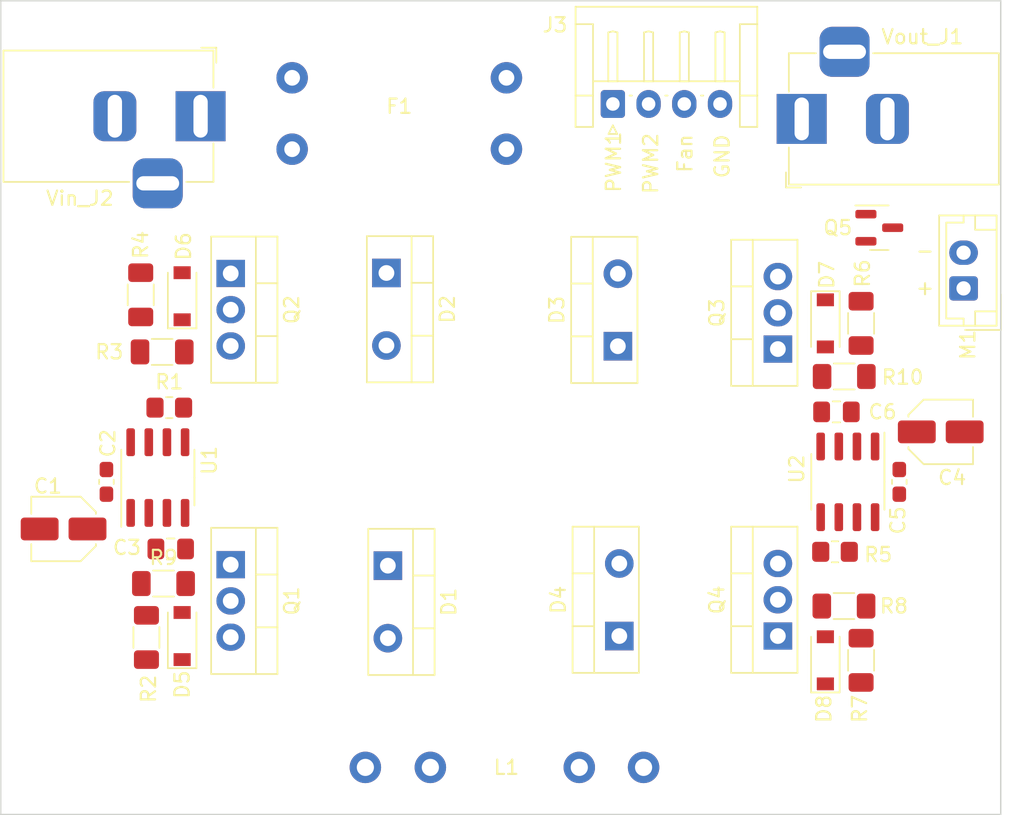
<source format=kicad_pcb>
(kicad_pcb (version 20211014) (generator pcbnew)
  (layers (0 "F.Cu" signal) (31 "B.Cu" signal) (34 "B.Paste" user) (35 "F.Paste" user) (36 "B.SilkS" user "B.Silkscreen") (37 "F.SilkS" user "F.Silkscreen") (38 "B.Mask" user) (39 "F.Mask" user) (44 "Edge.Cuts" user))
  (net 0 "")
  (net 1 "+12V")
  (net 2 "GND")
  (net 3 "Net-(C3-Pad1)")
  (net 4 "/driver1/Hs")
  (net 5 "Net-(C6-Pad1)")
  (net 6 "/driver2/Hs")
  (net 7 "Net-(D5-Pad1)")
  (net 8 "/driver2/G_High")
  (net 9 "Net-(D6-Pad1)")
  (net 10 "/driver2/G_low")
  (net 11 "/driver1/G_High")
  (net 12 "/driver1/G_low")
  (net 13 "/in_1")
  (net 14 "/in_2")
  (net 15 "/in_3")
  (net 16 "Net-(M1-Pad2)")
  (net 17 "Net-(R1-Pad1)")
  (net 18 "Net-(R2-Pad1)")
  (net 19 "Net-(R5-Pad1)")
  (net 20 "Net-(R6-Pad1)")
  (net 21 "Net-(D7-Pad1)")
  (net 22 "Net-(D8-Pad1)")
  (net 23 "Net-(F1-Pad1)")
  (net 24 "Net-(R3-Pad1)")
  (net 25 "Net-(R7-Pad1)")
  (footprint "Package_TO_SOT_THT:TO-220-2_Vertical" (layer "F.Cu") (at 136 109.77 -90)
    (fp_text reference "D1" (at 2.54 -4.27 90) (layer "F.SilkS"))
    (fp_text value "F10L60u")
    (fp_line (start -2.58 -1.76) (end 7.66 -1.76) (layer "F.SilkS") (width 0.12))
    (fp_line (start -2.58 -3.27) (end 7.66 -3.27) (layer "F.SilkS") (width 0.12))
    (fp_line (start -2.58 -3.27) (end -2.58 1.371) (layer "F.SilkS") (width 0.12))
    (fp_line (start 0.69 -3.27) (end 0.69 -1.76) (layer "F.SilkS") (width 0.12))
    (fp_line (start -2.58 1.371) (end 7.66 1.371) (layer "F.SilkS") (width 0.12))
    (fp_line (start 7.66 -3.27) (end 7.66 1.371) (layer "F.SilkS") (width 0.12))
    (fp_line (start 4.391 -3.27) (end 4.391 -1.76) (layer "F.SilkS") (width 0.12))
    (pad "1" thru_hole rect (at 0 0 270) (size 2 2) (drill 1.1) (layers *.Cu *.Mask) (net 1 "+12V"))
    (pad "2" thru_hole oval (at 5.08 0 270) (size 2 2) (drill 1.1) (layers *.Cu *.Mask) (net 4 "/driver1/Hs"))
  )
  (footprint "Capacitor_SMD:C_0603_1608Metric_Pad1.08x0.95mm_HandSolder" (layer "F.Cu") (at 116.3 103.9 90)
    (fp_text reference "C2" (at 2.7 0.1 90) (layer "F.SilkS"))
    (fp_text value "100nF 50V")
    (fp_line (start -0.146267 -0.51) (end 0.146267 -0.51) (layer "F.SilkS") (width 0.12))
    (fp_line (start -0.146267 0.51) (end 0.146267 0.51) (layer "F.SilkS") (width 0.12))
    (pad "1" smd roundrect (at -0.8625 0 90) (size 1.075 0.95) (layers "F.Cu" "F.Paste" "F.Mask") (net 1 "+12V"))
    (pad "2" smd roundrect (at 0.8625 0 90) (size 1.075 0.95) (layers "F.Cu" "F.Paste" "F.Mask") (net 2 "GND"))
  )
  (footprint "Diode_SMD:D_SOD-123" (layer "F.Cu") (at 166.625 116.4 90)
    (fp_text reference "D8" (at -3.4 -0.1 90) (layer "F.SilkS"))
    (fp_text value "SS34FA")
    (fp_line (start -2.25 -1) (end 1.65 -1) (layer "F.SilkS") (width 0.12))
    (fp_line (start -2.25 -1) (end -2.25 1) (layer "F.SilkS") (width 0.12))
    (fp_line (start -2.25 1) (end 1.65 1) (layer "F.SilkS") (width 0.12))
    (pad "1" smd rect (at -1.65 0 90) (size 0.9 1.2) (layers "F.Cu" "F.Paste" "F.Mask") (net 22 "Net-(D8-Pad1)"))
    (pad "2" smd rect (at 1.65 0 90) (size 0.9 1.2) (layers "F.Cu" "F.Paste" "F.Mask") (net 10 "/driver2/G_low"))
  )
  (footprint "Package_SO:SOIC-8_3.9x4.9mm_P1.27mm" (layer "F.Cu") (at 168.2 103.9 -90)
    (fp_text reference "U2" (at -0.9 3.575 90) (layer "F.SilkS"))
    (fp_text value "LM5104M")
    (fp_line (start 0 2.56) (end 1.95 2.56) (layer "F.SilkS") (width 0.12))
    (fp_line (start 0 -2.56) (end 1.95 -2.56) (layer "F.SilkS") (width 0.12))
    (fp_line (start 0 -2.56) (end -3.45 -2.56) (layer "F.SilkS") (width 0.12))
    (fp_line (start 0 2.56) (end -1.95 2.56) (layer "F.SilkS") (width 0.12))
    (pad "1" smd roundrect (at -2.475 -1.905 270) (size 1.95 0.6) (layers "F.Cu" "F.Paste" "F.Mask") (net 1 "+12V"))
    (pad "2" smd roundrect (at -2.475 -0.635 270) (size 1.95 0.6) (layers "F.Cu" "F.Paste" "F.Mask") (net 5 "Net-(C6-Pad1)"))
    (pad "3" smd roundrect (at -2.475 0.635 270) (size 1.95 0.6) (layers "F.Cu" "F.Paste" "F.Mask") (net 20 "Net-(R6-Pad1)"))
    (pad "4" smd roundrect (at -2.475 1.905 270) (size 1.95 0.6) (layers "F.Cu" "F.Paste" "F.Mask") (net 6 "/driver2/Hs"))
    (pad "5" smd roundrect (at 2.475 1.905 270) (size 1.95 0.6) (layers "F.Cu" "F.Paste" "F.Mask") (net 19 "Net-(R5-Pad1)"))
    (pad "6" smd roundrect (at 2.475 0.635 270) (size 1.95 0.6) (layers "F.Cu" "F.Paste" "F.Mask") (net 14 "/in_2"))
    (pad "7" smd roundrect (at 2.475 -0.635 270) (size 1.95 0.6) (layers "F.Cu" "F.Paste" "F.Mask") (net 2 "GND"))
    (pad "8" smd roundrect (at 2.475 -1.905 270) (size 1.95 0.6) (layers "F.Cu" "F.Paste" "F.Mask") (net 25 "Net-(R7-Pad1)"))
  )
  (footprint "Diode_SMD:D_SOD-123" (layer "F.Cu") (at 121.6 90.9 90)
    (fp_text reference "D6" (at 3.5 0.1 90) (layer "F.SilkS"))
    (fp_text value "SS34FA")
    (fp_line (start -2.25 1) (end 1.65 1) (layer "F.SilkS") (width 0.12))
    (fp_line (start -2.25 -1) (end 1.65 -1) (layer "F.SilkS") (width 0.12))
    (fp_line (start -2.25 -1) (end -2.25 1) (layer "F.SilkS") (width 0.12))
    (pad "1" smd rect (at -1.65 0 90) (size 0.9 1.2) (layers "F.Cu" "F.Paste" "F.Mask") (net 9 "Net-(D6-Pad1)"))
    (pad "2" smd rect (at 1.65 0 90) (size 0.9 1.2) (layers "F.Cu" "F.Paste" "F.Mask") (net 12 "/driver1/G_low"))
  )
  (footprint "Connector_BarrelJack:BarrelJack_Horizontal" (layer "F.Cu") (at 164.9674 78.4783 180)
    (fp_text reference "Vout_J1" (at -8.45 5.75) (layer "F.SilkS"))
    (fp_text value "Jack_out")
    (fp_line (start -5 4.6) (end -13.8 4.6) (layer "F.SilkS") (width 0.12))
    (fp_line (start 1.1 -3.75) (end 1.1 -4.8) (layer "F.SilkS") (width 0.12))
    (fp_line (start 0.9 -4.6) (end 0.9 -2) (layer "F.SilkS") (width 0.12))
    (fp_line (start -13.8 4.6) (end -13.8 -4.6) (layer "F.SilkS") (width 0.12))
    (fp_line (start 0.05 -4.8) (end 1.1 -4.8) (layer "F.SilkS") (width 0.12))
    (fp_line (start 0.9 4.6) (end -1 4.6) (layer "F.SilkS") (width 0.12))
    (fp_line (start 0.9 1.9) (end 0.9 4.6) (layer "F.SilkS") (width 0.12))
    (fp_line (start -13.8 -4.6) (end 0.9 -4.6) (layer "F.SilkS") (width 0.12))
    (pad "1" thru_hole rect (at 0 0 180) (size 3.5 3.5) (drill oval 1 3) (layers *.Cu *.Mask) (net 1 "+12V"))
    (pad "2" thru_hole roundrect (at -3 4.7 180) (size 3.5 3.5) (drill oval 3 1) (layers *.Cu *.Mask) (net 2 "GND"))
    (pad "2" thru_hole roundrect (at -6 0 180) (size 3 3.5) (drill oval 1 3) (layers *.Cu *.Mask) (net 2 "GND"))
  )
  (footprint "Package_TO_SOT_THT:TO-220-3_Vertical" (layer "F.Cu") (at 125 109.7 -90)
    (fp_text reference "Q1" (at 2.54 -4.27 90) (layer "F.SilkS"))
    (fp_text value "IRF630")
    (fp_line (start -2.58 1.371) (end 7.66 1.371) (layer "F.SilkS") (width 0.12))
    (fp_line (start 0.69 -3.27) (end 0.69 -1.76) (layer "F.SilkS") (width 0.12))
    (fp_line (start -2.58 -1.76) (end 7.66 -1.76) (layer "F.SilkS") (width 0.12))
    (fp_line (start 7.66 -3.27) (end 7.66 1.371) (layer "F.SilkS") (width 0.12))
    (fp_line (start 4.391 -3.27) (end 4.391 -1.76) (layer "F.SilkS") (width 0.12))
    (fp_line (start -2.58 -3.27) (end 7.66 -3.27) (layer "F.SilkS") (width 0.12))
    (fp_line (start -2.58 -3.27) (end -2.58 1.371) (layer "F.SilkS") (width 0.12))
    (pad "1" thru_hole rect (at 0 0 270) (size 1.905 2) (drill 1.1) (layers *.Cu *.Mask) (net 11 "/driver1/G_High"))
    (pad "2" thru_hole oval (at 2.54 0 270) (size 1.905 2) (drill 1.1) (layers *.Cu *.Mask) (net 1 "+12V"))
    (pad "3" thru_hole oval (at 5.08 0 270) (size 1.905 2) (drill 1.1) (layers *.Cu *.Mask) (net 4 "/driver1/Hs"))
  )
  (footprint "Resistor_SMD:R_1206_3216Metric_Pad1.30x1.75mm_HandSolder" (layer "F.Cu") (at 169.125 92.8 90)
    (fp_text reference "R6" (at 3.5 0.1 90) (layer "F.SilkS"))
    (fp_text value " 2.74 1/4W")
    (fp_line (start -0.727064 -0.91) (end 0.727064 -0.91) (layer "F.SilkS") (width 0.12))
    (fp_line (start -0.727064 0.91) (end 0.727064 0.91) (layer "F.SilkS") (width 0.12))
    (pad "1" smd roundrect (at -1.55 0 90) (size 1.3 1.75) (layers "F.Cu" "F.Paste" "F.Mask") (roundrect_rratio 0.192308) (net 20 "Net-(R6-Pad1)"))
    (pad "2" smd roundrect (at 1.55 0 90) (size 1.3 1.75) (layers "F.Cu" "F.Paste" "F.Mask") (roundrect_rratio 0.192308) (net 21 "Net-(D7-Pad1)"))
  )
  (footprint "Package_TO_SOT_THT:TO-220-3_Vertical" (layer "F.Cu") (at 163.3 114.7 90)
    (fp_text reference "Q4" (at 2.54 -4.27 90) (layer "F.SilkS"))
    (fp_text value "IRF630")
    (fp_line (start 4.391 -3.27) (end 4.391 -1.76) (layer "F.SilkS") (width 0.12))
    (fp_line (start 7.66 -3.27) (end 7.66 1.371) (layer "F.SilkS") (width 0.12))
    (fp_line (start 0.69 -3.27) (end 0.69 -1.76) (layer "F.SilkS") (width 0.12))
    (fp_line (start -2.58 -3.27) (end -2.58 1.371) (layer "F.SilkS") (width 0.12))
    (fp_line (start -2.58 1.371) (end 7.66 1.371) (layer "F.SilkS") (width 0.12))
    (fp_line (start -2.58 -1.76) (end 7.66 -1.76) (layer "F.SilkS") (width 0.12))
    (fp_line (start -2.58 -3.27) (end 7.66 -3.27) (layer "F.SilkS") (width 0.12))
    (pad "1" thru_hole rect (at 0 0 90) (size 1.905 2) (drill 1.1) (layers *.Cu *.Mask) (net 10 "/driver2/G_low"))
    (pad "2" thru_hole oval (at 2.54 0 90) (size 1.905 2) (drill 1.1) (layers *.Cu *.Mask) (net 6 "/driver2/Hs"))
    (pad "3" thru_hole oval (at 5.08 0 90) (size 1.905 2) (drill 1.1) (layers *.Cu *.Mask) (net 2 "GND"))
  )
  (footprint "Resistor_SMD:R_0805_2012Metric_Pad1.20x1.40mm_HandSolder" (layer "F.Cu") (at 167.3 108.8)
    (fp_text reference "R5" (at 3.025 0.2) (layer "F.SilkS"))
    (fp_text value "R")
    (fp_line (start -0.227064 -0.735) (end 0.227064 -0.735) (layer "F.SilkS") (width 0.12))
    (fp_line (start -0.227064 0.735) (end 0.227064 0.735) (layer "F.SilkS") (width 0.12))
    (pad "1" smd roundrect (at -1 0) (size 1.2 1.4) (layers "F.Cu" "F.Paste" "F.Mask") (roundrect_rratio 0.208333) (net 19 "Net-(R5-Pad1)"))
    (pad "2" smd roundrect (at 1 0) (size 1.2 1.4) (layers "F.Cu" "F.Paste" "F.Mask") (roundrect_rratio 0.208333) (net 2 "GND"))
  )
  (footprint "Connector_BarrelJack:BarrelJack_Horizontal" (layer "F.Cu") (at 122.8908 78.2905)
    (fp_text reference "Vin_J2" (at -8.45 5.75) (layer "F.SilkS"))
    (fp_text value "Jack_in")
    (fp_line (start 1.1 -3.75) (end 1.1 -4.8) (layer "F.SilkS") (width 0.12))
    (fp_line (start -13.8 4.6) (end -13.8 -4.6) (layer "F.SilkS") (width 0.12))
    (fp_line (start 0.05 -4.8) (end 1.1 -4.8) (layer "F.SilkS") (width 0.12))
    (fp_line (start 0.9 1.9) (end 0.9 4.6) (layer "F.SilkS") (width 0.12))
    (fp_line (start 0.9 -4.6) (end 0.9 -2) (layer "F.SilkS") (width 0.12))
    (fp_line (start -5 4.6) (end -13.8 4.6) (layer "F.SilkS") (width 0.12))
    (fp_line (start -13.8 -4.6) (end 0.9 -4.6) (layer "F.SilkS") (width 0.12))
    (fp_line (start 0.9 4.6) (end -1 4.6) (layer "F.SilkS") (width 0.12))
    (pad "1" thru_hole rect (at 0 0) (size 3.5 3.5) (drill oval 1 3) (layers *.Cu *.Mask) (net 23 "Net-(F1-Pad1)"))
    (pad "2" thru_hole roundrect (at -6 0) (size 3 3.5) (drill oval 1 3) (layers *.Cu *.Mask) (net 2 "GND"))
    (pad "2" thru_hole roundrect (at -3 4.7) (size 3.5 3.5) (drill oval 3 1) (layers *.Cu *.Mask) (net 2 "GND"))
  )
  (footprint "Resistor_SMD:R_1206_3216Metric_Pad1.30x1.75mm_HandSolder" (layer "F.Cu") (at 120.2944 111.0234)
    (fp_text reference "R9" (at 0 -1.82) (layer "F.SilkS"))
    (fp_text value " 2.74 1/4W")
    (fp_line (start -0.727064 0.91) (end 0.727064 0.91) (layer "F.SilkS") (width 0.12))
    (fp_line (start -0.727064 -0.91) (end 0.727064 -0.91) (layer "F.SilkS") (width 0.12))
    (pad "1" smd roundrect (at -1.55 0) (size 1.3 1.75) (layers "F.Cu" "F.Paste" "F.Mask") (roundrect_rratio 0.192308) (net 18 "Net-(R2-Pad1)"))
    (pad "2" smd roundrect (at 1.55 0) (size 1.3 1.75) (layers "F.Cu" "F.Paste" "F.Mask") (roundrect_rratio 0.192308) (net 11 "/driver1/G_High"))
  )
  (footprint "Diode_SMD:D_SOD-123" (layer "F.Cu") (at 166.625 92.8 -90)
    (fp_text reference "D7" (at -3.4 -0.1 90) (layer "F.SilkS"))
    (fp_text value "SS34FA")
    (fp_line (start -2.25 -1) (end -2.25 1) (layer "F.SilkS") (width 0.12))
    (fp_line (start -2.25 -1) (end 1.65 -1) (layer "F.SilkS") (width 0.12))
    (fp_line (start -2.25 1) (end 1.65 1) (layer "F.SilkS") (width 0.12))
    (pad "1" smd rect (at -1.65 0 270) (size 0.9 1.2) (layers "F.Cu" "F.Paste" "F.Mask") (net 21 "Net-(D7-Pad1)"))
    (pad "2" smd rect (at 1.65 0 270) (size 0.9 1.2) (layers "F.Cu" "F.Paste" "F.Mask") (net 8 "/driver2/G_High"))
  )
  (footprint "Resistor_SMD:R_1206_3216Metric_Pad1.30x1.75mm_HandSolder" (layer "F.Cu") (at 120.2 94.8)
    (fp_text reference "R3" (at -3.7 0) (layer "F.SilkS"))
    (fp_text value " 2.74 1/4W")
    (fp_line (start -0.727064 0.91) (end 0.727064 0.91) (layer "F.SilkS") (width 0.12))
    (fp_line (start -0.727064 -0.91) (end 0.727064 -0.91) (layer "F.SilkS") (width 0.12))
    (pad "1" smd roundrect (at -1.55 0) (size 1.3 1.75) (layers "F.Cu" "F.Paste" "F.Mask") (roundrect_rratio 0.192308) (net 24 "Net-(R3-Pad1)"))
    (pad "2" smd roundrect (at 1.55 0) (size 1.3 1.75) (layers "F.Cu" "F.Paste" "F.Mask") (roundrect_rratio 0.192308) (net 9 "Net-(D6-Pad1)"))
  )
  (footprint "Connector_JST:JST_EH_B2B-EH-A_1x02_P2.50mm_Vertical" (layer "F.Cu") (at 176.3 90.35 90)
    (fp_text reference "M1" (at -3.95 0.3 90) (layer "F.SilkS"))
    (fp_text value "Fan")
    (fp_line (start -2.61 0.81) (end -1.61 0.81) (layer "F.SilkS") (width 0.12))
    (fp_line (start 5.11 -1.71) (end -2.61 -1.71) (layer "F.SilkS") (width 0.12))
    (fp_line (start -2.91 2.61) (end -0.41 2.61) (layer "F.SilkS") (width 0.12))
    (fp_line (start -2.11 -1.21) (end 4.61 -1.21) (layer "F.SilkS") (width 0.12))
    (fp_line (start 5.11 0.81) (end 4.11 0.81) (layer "F.SilkS") (width 0.12))
    (fp_line (start 5.11 2.31) (end 5.11 -1.71) (layer "F.SilkS") (width 0.12))
    (fp_line (start -1.61 0.81) (end -1.61 2.31) (layer "F.SilkS") (width 0.12))
    (fp_line (start -2.61 -1.71) (end -2.61 2.31) (layer "F.SilkS") (width 0.12))
    (fp_line (start 4.61 0) (end 5.11 0) (layer "F.SilkS") (width 0.12))
    (fp_line (start -2.11 0) (end -2.11 -1.21) (layer "F.SilkS") (width 0.12))
    (fp_line (start 4.11 0.81) (end 4.11 2.31) (layer "F.SilkS") (width 0.12))
    (fp_line (start -2.61 2.31) (end 5.11 2.31) (layer "F.SilkS") (width 0.12))
    (fp_line (start -2.61 0) (end -2.11 0) (layer "F.SilkS") (width 0.12))
    (fp_line (start -2.91 0.11) (end -2.91 2.61) (layer "F.SilkS") (width 0.12))
    (fp_line (start 4.61 -1.21) (end 4.61 0) (layer "F.SilkS") (width 0.12))
    (pad "1" thru_hole roundrect (at 0 0 90) (size 1.7 2) (drill 1) (layers *.Cu *.Mask) (roundrect_rratio 0.147059) (net 1 "+12V"))
    (pad "2" thru_hole oval (at 2.5 0 90) (size 1.7 2) (drill 1) (layers *.Cu *.Mask) (net 16 "Net-(M1-Pad2)"))
  )
  (footprint "Package_TO_SOT_THT:TO-220-2_Vertical" (layer "F.Cu") (at 135.9 89.27 -90)
    (fp_text reference "D2" (at 2.54 -4.27 90) (layer "F.SilkS"))
    (fp_text value "F10L60u")
    (fp_line (start 4.391 -3.27) (end 4.391 -1.76) (layer "F.SilkS") (width 0.12))
    (fp_line (start 0.69 -3.27) (end 0.69 -1.76) (layer "F.SilkS") (width 0.12))
    (fp_line (start -2.58 1.371) (end 7.66 1.371) (layer "F.SilkS") (width 0.12))
    (fp_line (start -2.58 -3.27) (end -2.58 1.371) (layer "F.SilkS") (width 0.12))
    (fp_line (start -2.58 -1.76) (end 7.66 -1.76) (layer "F.SilkS") (width 0.12))
    (fp_line (start 7.66 -3.27) (end 7.66 1.371) (layer "F.SilkS") (width 0.12))
    (fp_line (start -2.58 -3.27) (end 7.66 -3.27) (layer "F.SilkS") (width 0.12))
    (pad "1" thru_hole rect (at 0 0 270) (size 2 2) (drill 1.1) (layers *.Cu *.Mask) (net 4 "/driver1/Hs"))
    (pad "2" thru_hole oval (at 5.08 0 270) (size 2 2) (drill 1.1) (layers *.Cu *.Mask) (net 2 "GND"))
  )
  (footprint "Capacitor_SMD:C_0603_1608Metric_Pad1.08x0.95mm_HandSolder" (layer "F.Cu") (at 171.8 103.9 -90)
    (fp_text reference "C5" (at 2.7 0.1 90) (layer "F.SilkS"))
    (fp_text value "100nF 50V")
    (fp_line (start -0.146267 -0.51) (end 0.146267 -0.51) (layer "F.SilkS") (width 0.12))
    (fp_line (start -0.146267 0.51) (end 0.146267 0.51) (layer "F.SilkS") (width 0.12))
    (pad "1" smd roundrect (at -0.8625 0 270) (size 1.075 0.95) (layers "F.Cu" "F.Paste" "F.Mask") (net 1 "+12V"))
    (pad "2" smd roundrect (at 0.8625 0 270) (size 1.075 0.95) (layers "F.Cu" "F.Paste" "F.Mask") (net 2 "GND"))
  )
  (footprint "Capacitor_SMD:C_0805_2012Metric_Pad1.18x1.45mm_HandSolder" (layer "F.Cu") (at 120.8 108.6)
    (fp_text reference "C3" (at -3.0625 -0.1) (layer "F.SilkS"))
    (fp_text value "10nF  25V")
    (fp_line (start -0.261252 -0.735) (end 0.261252 -0.735) (layer "F.SilkS") (width 0.12))
    (fp_line (start -0.261252 0.735) (end 0.261252 0.735) (layer "F.SilkS") (width 0.12))
    (pad "1" smd roundrect (at -1.0375 0) (size 1.175 1.45) (layers "F.Cu" "F.Paste" "F.Mask") (roundrect_rratio 0.212766) (net 3 "Net-(C3-Pad1)"))
    (pad "2" smd roundrect (at 1.0375 0) (size 1.175 1.45) (layers "F.Cu" "F.Paste" "F.Mask") (roundrect_rratio 0.212766) (net 4 "/driver1/Hs"))
  )
  (footprint "Resistor_SMD:R_1206_3216Metric_Pad1.30x1.75mm_HandSolder" (layer "F.Cu") (at 119.1 114.8 -90)
    (fp_text reference "R2" (at 3.6 -0.15 90) (layer "F.SilkS"))
    (fp_text value " 2.74 1/4W")
    (fp_line (start -0.727064 0.91) (end 0.727064 0.91) (layer "F.SilkS") (width 0.12))
    (fp_line (start -0.727064 -0.91) (end 0.727064 -0.91) (layer "F.SilkS") (width 0.12))
    (pad "1" smd roundrect (at -1.55 0 270) (size 1.3 1.75) (layers "F.Cu" "F.Paste" "F.Mask") (roundrect_rratio 0.192308) (net 18 "Net-(R2-Pad1)"))
    (pad "2" smd roundrect (at 1.55 0 270) (size 1.3 1.75) (layers "F.Cu" "F.Paste" "F.Mask") (roundrect_rratio 0.192308) (net 7 "Net-(D5-Pad1)"))
  )
  (footprint "Package_TO_SOT_THT:TO-220-3_Vertical" (layer "F.Cu") (at 125 89.3 -90)
    (fp_text reference "Q2" (at 2.54 -4.27 90) (layer "F.SilkS"))
    (fp_text value "IRF630")
    (fp_line (start -2.58 -1.76) (end 7.66 -1.76) (layer "F.SilkS") (width 0.12))
    (fp_line (start 4.391 -3.27) (end 4.391 -1.76) (layer "F.SilkS") (width 0.12))
    (fp_line (start 7.66 -3.27) (end 7.66 1.371) (layer "F.SilkS") (width 0.12))
    (fp_line (start -2.58 -3.27) (end -2.58 1.371) (layer "F.SilkS") (width 0.12))
    (fp_line (start 0.69 -3.27) (end 0.69 -1.76) (layer "F.SilkS") (width 0.12))
    (fp_line (start -2.58 1.371) (end 7.66 1.371) (layer "F.SilkS") (width 0.12))
    (fp_line (start -2.58 -3.27) (end 7.66 -3.27) (layer "F.SilkS") (width 0.12))
    (pad "1" thru_hole rect (at 0 0 270) (size 1.905 2) (drill 1.1) (layers *.Cu *.Mask) (net 12 "/driver1/G_low"))
    (pad "2" thru_hole oval (at 2.54 0 270) (size 1.905 2) (drill 1.1) (layers *.Cu *.Mask) (net 4 "/driver1/Hs"))
    (pad "3" thru_hole oval (at 5.08 0 270) (size 1.905 2) (drill 1.1) (layers *.Cu *.Mask) (net 2 "GND"))
  )
  (footprint "Package_TO_SOT_SMD:SOT-23" (layer "F.Cu") (at 170.4 86.1)
    (fp_text reference "Q5" (at -2.9 0) (layer "F.SilkS"))
    (fp_text value "SI2302")
    (fp_line (start 0 -1.56) (end 0.65 -1.56) (layer "F.SilkS") (width 0.12))
    (fp_line (start 0 -1.56) (end -1.675 -1.56) (layer "F.SilkS") (width 0.12))
    (fp_line (start 0 1.56) (end -0.65 1.56) (layer "F.SilkS") (width 0.12))
    (fp_line (start 0 1.56) (end 0.65 1.56) (layer "F.SilkS") (width 0.12))
    (pad "1" smd roundrect (at -0.9375 -0.95) (size 1.475 0.6) (layers "F.Cu" "F.Paste" "F.Mask") (net 15 "/in_3"))
    (pad "2" smd roundrect (at -0.9375 0.95) (size 1.475 0.6) (layers "F.Cu" "F.Paste" "F.Mask") (net 2 "GND"))
    (pad "3" smd roundrect (at 0.9375 0) (size 1.475 0.6) (layers "F.Cu" "F.Paste" "F.Mask") (net 16 "Net-(M1-Pad2)"))
  )
  (footprint "Package_TO_SOT_THT:TO-220-2_Vertical" (layer "F.Cu") (at 152.2 114.7 90)
    (fp_text reference "D4" (at 2.54 -4.27 90) (layer "F.SilkS"))
    (fp_text value "F10L60u")
    (fp_line (start -2.58 -3.27) (end 7.66 -3.27) (layer "F.SilkS") (width 0.12))
    (fp_line (start -2.58 -3.27) (end -2.58 1.371) (layer "F.SilkS") (width 0.12))
    (fp_line (start -2.58 -1.76) (end 7.66 -1.76) (layer "F.SilkS") (width 0.12))
    (fp_line (start 4.391 -3.27) (end 4.391 -1.76) (layer "F.SilkS") (width 0.12))
    (fp_line (start 0.69 -3.27) (end 0.69 -1.76) (layer "F.SilkS") (width 0.12))
    (fp_line (start 7.66 -3.27) (end 7.66 1.371) (layer "F.SilkS") (width 0.12))
    (fp_line (start -2.58 1.371) (end 7.66 1.371) (layer "F.SilkS") (width 0.12))
    (pad "1" thru_hole rect (at 0 0 90) (size 2 2) (drill 1.1) (layers *.Cu *.Mask) (net 6 "/driver2/Hs"))
    (pad "2" thru_hole oval (at 5.08 0 90) (size 2 2) (drill 1.1) (layers *.Cu *.Mask) (net 2 "GND"))
  )
  (footprint "Package_TO_SOT_THT:TO-220-2_Vertical" (layer "F.Cu") (at 152.1 94.4 90)
    (fp_text reference "D3" (at 2.54 -4.27 90) (layer "F.SilkS"))
    (fp_text value "F10L60u")
    (fp_line (start -2.58 -3.27) (end 7.66 -3.27) (layer "F.SilkS") (width 0.12))
    (fp_line (start 7.66 -3.27) (end 7.66 1.371) (layer "F.SilkS") (width 0.12))
    (fp_line (start -2.58 -3.27) (end -2.58 1.371) (layer "F.SilkS") (width 0.12))
    (fp_line (start -2.58 1.371) (end 7.66 1.371) (layer "F.SilkS") (width 0.12))
    (fp_line (start 0.69 -3.27) (end 0.69 -1.76) (layer "F.SilkS") (width 0.12))
    (fp_line (start 4.391 -3.27) (end 4.391 -1.76) (layer "F.SilkS") (width 0.12))
    (fp_line (start -2.58 -1.76) (end 7.66 -1.76) (layer "F.SilkS") (width 0.12))
    (pad "1" thru_hole rect (at 0 0 90) (size 2 2) (drill 1.1) (layers *.Cu *.Mask) (net 1 "+12V"))
    (pad "2" thru_hole oval (at 5.08 0 90) (size 2 2) (drill 1.1) (layers *.Cu *.Mask) (net 6 "/driver2/Hs"))
  )
  (footprint "Capacitor_SMD:C_0805_2012Metric_Pad1.18x1.45mm_HandSolder" (layer "F.Cu") (at 167.4 99 180)
    (fp_text reference "C6" (at -3.225 0) (layer "F.SilkS"))
    (fp_text value "10nF  25V")
    (fp_line (start -0.261252 0.735) (end 0.261252 0.735) (layer "F.SilkS") (width 0.12))
    (fp_line (start -0.261252 -0.735) (end 0.261252 -0.735) (layer "F.SilkS") (width 0.12))
    (pad "1" smd roundrect (at -1.0375 0 180) (size 1.175 1.45) (layers "F.Cu" "F.Paste" "F.Mask") (roundrect_rratio 0.212766) (net 5 "Net-(C6-Pad1)"))
    (pad "2" smd roundrect (at 1.0375 0 180) (size 1.175 1.45) (layers "F.Cu" "F.Paste" "F.Mask") (roundrect_rratio 0.212766) (net 6 "/driver2/Hs"))
  )
  (footprint "Resistor_SMD:R_1206_3216Metric_Pad1.30x1.75mm_HandSolder" (layer "F.Cu") (at 167.9448 96.52 180)
    (fp_text reference "R10" (at -4.0894 -0.0508) (layer "F.SilkS"))
    (fp_text value " 2.74 1/4W")
    (fp_line (start -0.727064 -0.91) (end 0.727064 -0.91) (layer "F.SilkS") (width 0.12))
    (fp_line (start -0.727064 0.91) (end 0.727064 0.91) (layer "F.SilkS") (width 0.12))
    (pad "1" smd roundrect (at -1.55 0 180) (size 1.3 1.75) (layers "F.Cu" "F.Paste" "F.Mask") (roundrect_rratio 0.192308) (net 20 "Net-(R6-Pad1)"))
    (pad "2" smd roundrect (at 1.55 0 180) (size 1.3 1.75) (layers "F.Cu" "F.Paste" "F.Mask") (roundrect_rratio 0.192308) (net 8 "/driver2/G_High"))
  )
  (footprint "Resistor_SMD:R_1206_3216Metric_Pad1.30x1.75mm_HandSolder" (layer "F.Cu") (at 169.125 116.4 -90)
    (fp_text reference "R7" (at 3.4 0.1 90) (layer "F.SilkS"))
    (fp_text value " 2.74 1/4W")
    (fp_line (start -0.727064 -0.91) (end 0.727064 -0.91) (layer "F.SilkS") (width 0.12))
    (fp_line (start -0.727064 0.91) (end 0.727064 0.91) (layer "F.SilkS") (width 0.12))
    (pad "1" smd roundrect (at -1.55 0 270) (size 1.3 1.75) (layers "F.Cu" "F.Paste" "F.Mask") (roundrect_rratio 0.192308) (net 25 "Net-(R7-Pad1)"))
    (pad "2" smd roundrect (at 1.55 0 270) (size 1.3 1.75) (layers "F.Cu" "F.Paste" "F.Mask") (roundrect_rratio 0.192308) (net 22 "Net-(D8-Pad1)"))
  )
  (footprint "Resistor_SMD:R_1206_3216Metric_Pad1.30x1.75mm_HandSolder" (layer "F.Cu") (at 118.7 90.8 90)
    (fp_text reference "R4" (at 3.5 0 90) (layer "F.SilkS"))
    (fp_text value " 2.74 1/4W")
    (fp_line (start -0.727064 -0.91) (end 0.727064 -0.91) (layer "F.SilkS") (width 0.12))
    (fp_line (start -0.727064 0.91) (end 0.727064 0.91) (layer "F.SilkS") (width 0.12))
    (pad "1" smd roundrect (at -1.55 0 90) (size 1.3 1.75) (layers "F.Cu" "F.Paste" "F.Mask") (roundrect_rratio 0.192308) (net 24 "Net-(R3-Pad1)"))
    (pad "2" smd roundrect (at 1.55 0 90) (size 1.3 1.75) (layers "F.Cu" "F.Paste" "F.Mask") (roundrect_rratio 0.192308) (net 12 "/driver1/G_low"))
  )
  (footprint "Connector:porta_fusible" (layer "F.Cu") (at 136.8 78.1)
    (fp_text reference "F1" (at 0 -0.5 unlocked) (layer "F.SilkS"))
    (fp_text value "Fuse")
    (pad "1" thru_hole circle (at -7.5 -2.5) (size 2.2 2.2) (drill 1.1) (layers *.Cu *.Mask) (net 23 "Net-(F1-Pad1)"))
    (pad "1" thru_hole circle (at -7.5 2.5) (size 2.2 2.2) (drill 1.1) (layers *.Cu *.Mask) (net 23 "Net-(F1-Pad1)"))
    (pad "2" thru_hole circle (at 7.5 2.5) (size 2.2 2.2) (drill 1.1) (layers *.Cu *.Mask) (net 1 "+12V"))
    (pad "2" thru_hole circle (at 7.5 -2.5) (size 2.2 2.2) (drill 1.1) (layers *.Cu *.Mask) (net 1 "+12V"))
  )
  (footprint "Resistor_SMD:R_1206_3216Metric_Pad1.30x1.75mm_HandSolder" (layer "F.Cu") (at 167.925 112.6 180)
    (fp_text reference "R8" (at -3.5 0) (layer "F.SilkS"))
    (fp_text value " 2.74 1/4W")
    (fp_line (start -0.727064 -0.91) (end 0.727064 -0.91) (layer "F.SilkS") (width 0.12))
    (fp_line (start -0.727064 0.91) (end 0.727064 0.91) (layer "F.SilkS") (width 0.12))
    (pad "1" smd roundrect (at -1.55 0 180) (size 1.3 1.75) (layers "F.Cu" "F.Paste" "F.Mask") (roundrect_rratio 0.192308) (net 25 "Net-(R7-Pad1)"))
    (pad "2" smd roundrect (at 1.55 0 180) (size 1.3 1.75) (layers "F.Cu" "F.Paste" "F.Mask") (roundrect_rratio 0.192308) (net 10 "/driver2/G_low"))
  )
  (footprint "Capacitor_SMD:C_Elec_4x5.4" (layer "F.Cu") (at 113.3 107.2 180)
    (fp_text reference "C1" (at 1.1 3) (layer "F.SilkS"))
    (fp_text value "1uF 50V")
    (fp_line (start -2.26 1.195563) (end -1.195563 2.26) (layer "F.SilkS") (width 0.12))
    (fp_line (start -2.26 -1.195563) (end -2.26 -1.06) (layer "F.SilkS") (width 0.12))
    (fp_line (start -1.195563 -2.26) (end 2.26 -2.26) (layer "F.SilkS") (width 0.12))
    (fp_line (start -2.26 -1.195563) (end -1.195563 -2.26) (layer "F.SilkS") (width 0.12))
    (fp_line (start 2.26 2.26) (end 2.26 1.06) (layer "F.SilkS") (width 0.12))
    (fp_line (start -2.26 1.195563) (end -2.26 1.06) (layer "F.SilkS") (width 0.12))
    (fp_line (start 2.26 -2.26) (end 2.26 -1.06) (layer "F.SilkS") (width 0.12))
    (fp_line (start -1.195563 2.26) (end 2.26 2.26) (layer "F.SilkS") (width 0.12))
    (pad "1" smd roundrect (at -1.675 0 180) (size 2.65 1.6) (layers "F.Cu" "F.Paste" "F.Mask") (roundrect_rratio 0.15625) (net 1 "+12V"))
    (pad "2" smd roundrect (at 1.675 0 180) (size 2.65 1.6) (layers "F.Cu" "F.Paste" "F.Mask") (roundrect_rratio 0.15625) (net 2 "GND"))
  )
  (footprint "Resistor_SMD:R_0805_2012Metric_Pad1.20x1.40mm_HandSolder" (layer "F.Cu") (at 120.7 98.7 180)
    (fp_text reference "R1" (at 0 1.8) (layer "F.SilkS"))
    (fp_text value "R")
    (fp_line (start -0.227064 -0.735) (end 0.227064 -0.735) (layer "F.SilkS") (width 0.12))
    (fp_line (start -0.227064 0.735) (end 0.227064 0.735) (layer "F.SilkS") (width 0.12))
    (pad "1" smd roundrect (at -1 0 180) (size 1.2 1.4) (layers "F.Cu" "F.Paste" "F.Mask") (roundrect_rratio 0.208333) (net 17 "Net-(R1-Pad1)"))
    (pad "2" smd roundrect (at 1 0 180) (size 1.2 1.4) (layers "F.Cu" "F.Paste" "F.Mask") (roundrect_rratio 0.208333) (net 2 "GND"))
  )
  (footprint "Package_TO_SOT_THT:TO-220-3_Vertical" (layer "F.Cu") (at 163.3 94.6 90)
    (fp_text reference "Q3" (at 2.54 -4.27 90) (layer "F.SilkS"))
    (fp_text value "IRF630")
    (fp_line (start -2.58 -3.27) (end -2.58 1.371) (layer "F.SilkS") (width 0.12))
    (fp_line (start -2.58 -1.76) (end 7.66 -1.76) (layer "F.SilkS") (width 0.12))
    (fp_line (start -2.58 -3.27) (end 7.66 -3.27) (layer "F.SilkS") (width 0.12))
    (fp_line (start 7.66 -3.27) (end 7.66 1.371) (layer "F.SilkS") (width 0.12))
    (fp_line (start 4.391 -3.27) (end 4.391 -1.76) (layer "F.SilkS") (width 0.12))
    (fp_line (start 0.69 -3.27) (end 0.69 -1.76) (layer "F.SilkS") (width 0.12))
    (fp_line (start -2.58 1.371) (end 7.66 1.371) (layer "F.SilkS") (width 0.12))
    (pad "1" thru_hole rect (at 0 0 90) (size 1.905 2) (drill 1.1) (layers *.Cu *.Mask) (net 8 "/driver2/G_High"))
    (pad "2" thru_hole oval (at 2.54 0 90) (size 1.905 2) (drill 1.1) (layers *.Cu *.Mask) (net 1 "+12V"))
    (pad "3" thru_hole oval (at 5.08 0 90) (size 1.905 2) (drill 1.1) (layers *.Cu *.Mask) (net 6 "/driver2/Hs"))
  )
  (footprint "Package_SO:SOIC-8_3.9x4.9mm_P1.27mm" (layer "F.Cu") (at 119.9 103.6 90)
    (fp_text reference "U1" (at 1.2 3.6 90) (layer "F.SilkS"))
    (fp_text value "LM5104M")
    (fp_line (start 0 -2.56) (end -3.45 -2.56) (layer "F.SilkS") (width 0.12))
    (fp_line (start 0 2.56) (end -1.95 2.56) (layer "F.SilkS") (width 0.12))
    (fp_line (start 0 2.56) (end 1.95 2.56) (layer "F.SilkS") (width 0.12))
    (fp_line (start 0 -2.56) (end 1.95 -2.56) (layer "F.SilkS") (width 0.12))
    (pad "1" smd roundrect (at -2.475 -1.905 90) (size 1.95 0.6) (layers "F.Cu" "F.Paste" "F.Mask") (net 1 "+12V"))
    (pad "2" smd roundrect (at -2.475 -0.635 90) (size 1.95 0.6) (layers "F.Cu" "F.Paste" "F.Mask") (net 3 "Net-(C3-Pad1)"))
    (pad "3" smd roundrect (at -2.475 0.635 90) (size 1.95 0.6) (layers "F.Cu" "F.Paste" "F.Mask") (net 18 "Net-(R2-Pad1)"))
    (pad "4" smd roundrect (at -2.475 1.905 90) (size 1.95 0.6) (layers "F.Cu" "F.Paste" "F.Mask") (net 4 "/driver1/Hs"))
    (pad "5" smd roundrect (at 2.475 1.905 90) (size 1.95 0.6) (layers "F.Cu" "F.Paste" "F.Mask") (net 17 "Net-(R1-Pad1)"))
    (pad "6" smd roundrect (at 2.475 0.635 90) (size 1.95 0.6) (layers "F.Cu" "F.Paste" "F.Mask") (net 13 "/in_1"))
    (pad "7" smd roundrect (at 2.475 -0.635 90) (size 1.95 0.6) (layers "F.Cu" "F.Paste" "F.Mask") (net 2 "GND"))
    (pad "8" smd roundrect (at 2.475 -1.905 90) (size 1.95 0.6) (layers "F.Cu" "F.Paste" "F.Mask") (net 24 "Net-(R3-Pad1)"))
  )
  (footprint "Capacitor_SMD:C_Elec_4x5.4" (layer "F.Cu") (at 174.7 100.4)
    (fp_text reference "C4" (at 0.8 3.2) (layer "F.SilkS"))
    (fp_text value "1uF 50V")
    (fp_line (start -1.195563 2.26) (end 2.26 2.26) (layer "F.SilkS") (width 0.12))
    (fp_line (start 2.26 2.26) (end 2.26 1.06) (layer "F.SilkS") (width 0.12))
    (fp_line (start -2.26 1.195563) (end -1.195563 2.26) (layer "F.SilkS") (width 0.12))
    (fp_line (start -2.26 -1.195563) (end -2.26 -1.06) (layer "F.SilkS") (width 0.12))
    (fp_line (start -2.26 1.195563) (end -2.26 1.06) (layer "F.SilkS") (width 0.12))
    (fp_line (start -1.195563 -2.26) (end 2.26 -2.26) (layer "F.SilkS") (width 0.12))
    (fp_line (start -2.26 -1.195563) (end -1.195563 -2.26) (layer "F.SilkS") (width 0.12))
    (fp_line (start 2.26 -2.26) (end 2.26 -1.06) (layer "F.SilkS") (width 0.12))
    (pad "1" smd roundrect (at -1.675 0) (size 2.65 1.6) (layers "F.Cu" "F.Paste" "F.Mask") (roundrect_rratio 0.15625) (net 1 "+12V"))
    (pad "2" smd roundrect (at 1.675 0) (size 2.65 1.6) (layers "F.Cu" "F.Paste" "F.Mask") (roundrect_rratio 0.15625) (net 2 "GND"))
  )
  (footprint "Connector:conector Faston" (layer "F.Cu") (at 136.7 123.9)
    (fp_text reference "L1" (at 7.6 0 unlocked) (layer "F.SilkS"))
    (fp_text value "L")
    (pad "1" thru_hole circle (at -2.275 0) (size 2.2 2.2) (drill 1.2) (layers *.Cu *.Mask) (net 4 "/driver1/Hs"))
    (pad "1" thru_hole circle (at 2.275 0 90) (size 2.2 2.2) (drill 1.2) (layers *.Cu *.Mask) (net 4 "/driver1/Hs"))
    (pad "2" thru_hole circle (at 12.7 0) (size 2.2 2.2) (drill 1.2) (layers *.Cu *.Mask) (net 6 "/driver2/Hs"))
    (pad "2" thru_hole circle (at 17.2 0) (size 2.2 2.2) (drill 1.2) (layers *.Cu *.Mask) (net 6 "/driver2/Hs"))
  )
  (footprint "Diode_SMD:D_SOD-123" (layer "F.Cu") (at 121.6 114.7 90)
    (fp_text reference "D5" (at -3.4 0 90) (layer "F.SilkS"))
    (fp_text value "SS34FA")
    (fp_line (start -2.25 -1) (end -2.25 1) (layer "F.SilkS") (width 0.12))
    (fp_line (start -2.25 -1) (end 1.65 -1) (layer "F.SilkS") (width 0.12))
    (fp_line (start -2.25 1) (end 1.65 1) (layer "F.SilkS") (width 0.12))
    (pad "1" smd rect (at -1.65 0 90) (size 0.9 1.2) (layers "F.Cu" "F.Paste" "F.Mask") (net 7 "Net-(D5-Pad1)"))
    (pad "2" smd rect (at 1.65 0 90) (size 0.9 1.2) (layers "F.Cu" "F.Paste" "F.Mask") (net 11 "/driver1/G_High"))
  )
  (footprint "Connector_JST:JST_EH_S4B-EH_1x04_P2.50mm_Horizontal" (layer "F.Cu") (at 151.75 77.4325)
    (fp_text reference "J3" (at -4.05 -5.5325) (layer "F.SilkS"))
    (fp_text value "Conn_inputs")
    (fp_line (start 10.11 1.61) (end 8.89 1.61) (layer "F.SilkS") (width 0.12))
    (fp_line (start 0 1.5) (end -0.3 2.1) (layer "F.SilkS") (width 0.12))
    (fp_line (start 8.89 -0.59) (end 10.11 -0.59) (layer "F.SilkS") (width 0.12))
    (fp_line (start 5.32 -1.59) (end 5 -1.59) (layer "F.SilkS") (width 0.12))
    (fp_line (start 5 -5.09) (end 5.32 -5.01) (layer "F.SilkS") (width 0.12))
    (fp_line (start -1.39 -0.59) (end -2.61 -0.59) (layer "F.SilkS") (width 0.12))
    (fp_line (start 0 -5.09) (end 0.32 -5.01) (layer "F.SilkS") (width 0.12))
    (fp_line (start -1.39 -1.59) (end 8.89 -1.59) (layer "F.SilkS") (width 0.12))
    (fp_line (start 0 -1.59) (end -0.32 -1.59) (layer "F.SilkS") (width 0.12))
    (fp_line (start 4.68 -1.59) (end 4.68 -5.01) (layer "F.SilkS") (width 0.12))
    (fp_line (start -0.32 -1.59) (end -0.32 -5.01) (layer "F.SilkS") (width 0.12))
    (fp_line (start 7.5 -1.59) (end 7.18 -1.59) (layer "F.SilkS") (width 0.12))
    (fp_line (start 7.82 -5.01) (end 7.82 -1.59) (layer "F.SilkS") (width 0.12))
    (fp_line (start -1.39 1.61) (end -2.61 1.61) (layer "F.SilkS") (width 0.12))
    (fp_line (start -1.39 -0.59) (end -1.39 1.61) (layer "F.SilkS") (width 0.12))
    (fp_line (start 2.5 -5.09) (end 2.82 -5.01) (layer "F.SilkS") (width 0.12))
    (fp_line (start 7.18 -1.59) (end 7.18 -5.01) (layer "F.SilkS") (width 0.12))
    (fp_line (start 8.89 -5.59) (end 8.89 -0.59) (layer "F.SilkS") (width 0.12))
    (fp_line (start -2.61 1.61) (end -2.61 -6.81) (layer "F.SilkS") (width 0.12))
    (fp_line (start 8.89 1.61) (end 8.89 -0.59) (layer "F.SilkS") (width 0.12))
    (fp_line (start 5.32 -5.01) (end 5.32 -1.59) (layer "F.SilkS") (width 0.12))
    (fp_line (start 10.11 -5.59) (end 8.89 -5.59) (layer "F.SilkS") (width 0.12))
    (fp_line (start 3.67 -0.59) (end 3.83 -0.59) (layer "F.SilkS") (width 0.12))
    (fp_line (start -0.32 -5.01) (end 0 -5.09) (layer "F.SilkS") (width 0.12))
    (fp_line (start 5 -1.59) (end 4.68 -1.59) (layer "F.SilkS") (width 0.12))
    (fp_line (start 1.17 -0.59) (end 1.33 -0.59) (layer "F.SilkS") (width 0.12))
    (fp_line (start 7.5 -5.09) (end 7.82 -5.01) (layer "F.SilkS") (width 0.12))
    (fp_line (start 2.82 -5.01) (end 2.82 -1.59) (layer "F.SilkS") (width 0.12))
    (fp_line (start 7.82 -1.59) (end 7.5 -1.59) (layer "F.SilkS") (width 0.12))
    (fp_line (start 2.18 -1.59) (end 2.18 -5.01) (layer "F.SilkS") (width 0.12))
    (fp_line (start -2.61 -5.59) (end -1.39 -5.59) (layer "F.SilkS") (width 0.12))
    (fp_line (start 2.5 -1.59) (end 2.18 -1.59) (layer "F.SilkS") (width 0.12))
    (fp_line (start 10.11 -6.81) (end 10.11 1.61) (layer "F.SilkS") (width 0.12))
    (fp_line (start 2.82 -1.59) (end 2.5 -1.59) (layer "F.SilkS") (width 0.12))
    (fp_line (start 6.17 -0.59) (end 6.33 -0.59) (layer "F.SilkS") (width 0.12))
    (fp_line (start 0.32 -1.59) (end 0 -1.59) (layer "F.SilkS") (width 0.12))
    (fp_line (start 7.18 -5.01) (end 7.5 -5.09) (layer "F.SilkS") (width 0.12))
    (fp_line (start 2.18 -5.01) (end 2.5 -5.09) (layer "F.SilkS") (width 0.12))
    (fp_line (start -2.61 -6.81) (end 10.11 -6.81) (layer "F.SilkS") (width 0.12))
    (fp_line (start -0.3 2.1) (end 0.3 2.1) (layer "F.SilkS") (width 0.12))
    (fp_line (start 0.3 2.1) (end 0 1.5) (layer "F.SilkS") (width 0.12))
    (fp_line (start 4.68 -5.01) (end 5 -5.09) (layer "F.SilkS") (width 0.12))
    (fp_line (start 0.32 -5.01) (end 0.32 -1.59) (layer "F.SilkS") (width 0.12))
    (fp_line (start -1.39 -5.59) (end -1.39 -0.59) (layer "F.SilkS") (width 0.12))
    (pad "1" thru_hole roundrect (at 0 0) (size 1.7 1.95) (drill 0.95) (layers *.Cu *.Mask) (roundrect_rratio 0.147059) (net 13 "/in_1"))
    (pad "2" thru_hole oval (at 2.5 0) (size 1.7 1.95) (drill 0.95) (layers *.Cu *.Mask) (net 14 "/in_2"))
    (pad "3" thru_hole oval (at 5 0) (size 1.7 1.95) (drill 0.95) (layers *.Cu *.Mask) (net 15 "/in_3"))
    (pad "4" thru_hole oval (at 7.5 0) (size 1.7 1.95) (drill 0.95) (layers *.Cu *.Mask) (net 2 "GND"))
  )
  (gr_rect (start 108.9 70.2) (end 178.9 127.2) (layer "Edge.Cuts") (width 0.1) (fill none))
  (gr_text "GND" (at 159.4 81.1 90) (layer "F.SilkS") (effects (font (size 1 1))))
  (gr_text "Fan" (at 156.8 80.9 90) (layer "F.SilkS") (effects (font (size 1 1))))
  (gr_text "-" (at 173.6 87.7) (layer "F.SilkS") (effects (font (size 1 1))))
  (gr_text "PWM2" (at 154.4 81.6 90) (layer "F.SilkS") (effects (font (size 1 1))))
  (gr_text "+" (at 173.6 90.3) (layer "F.SilkS") (effects (font (size 1 1))))
  (gr_text "PWM1" (at 151.8 81.5 90) (layer "F.SilkS") (effects (font (size 1 1))))
)
</source>
